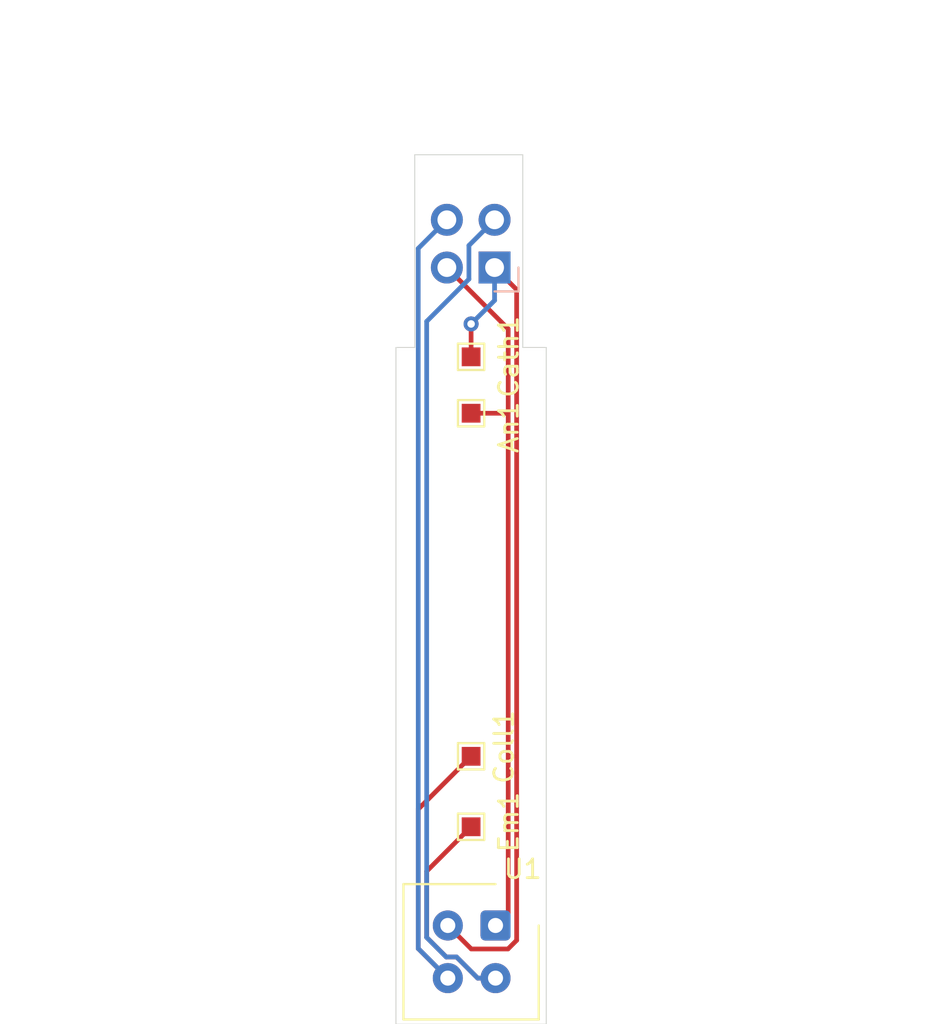
<source format=kicad_pcb>
(kicad_pcb (version 20211014) (generator pcbnew)
  (layers (0 "F.Cu" signal) (31 "B.Cu" signal) (34 "B.Paste" user) (35 "F.Paste" user) (36 "B.SilkS" user "B.Silkscreen") (37 "F.SilkS" user "F.Silkscreen") (38 "B.Mask" user) (39 "F.Mask" user) (44 "Edge.Cuts" user))
  (net 0 "")
  (net 1 "/Cathode")
  (net 2 "/Emitter")
  (net 3 "/Anode")
  (net 4 "/Collector")
  (footprint "Mounting_Holes:MountingHole_3.2mm_M3" (layer "F.Cu") (at 175 110)
    (fp_text reference "H1" hide)
    (fp_text value "MountingHole")
    (pad "" np_thru_hole circle locked (at 0 0) (size 3.2 3.2) (drill 3.2) (layers *.Cu *.Mask))
  )
  (footprint "TestPoint:TestPoint_Pad_1.0x1.0mm" (layer "F.Cu") (at 175 103.75)
    (fp_text reference "An1" (at 2 0.75 90) (layer "F.SilkS"))
    (fp_text value "TestPoint")
    (fp_line (start -0.7 -0.7) (end 0.7 -0.7) (layer "F.SilkS") (width 0.12))
    (fp_line (start -0.7 0.7) (end -0.7 -0.7) (layer "F.SilkS") (width 0.12))
    (fp_line (start 0.7 0.7) (end -0.7 0.7) (layer "F.SilkS") (width 0.12))
    (fp_line (start 0.7 -0.7) (end 0.7 0.7) (layer "F.SilkS") (width 0.12))
    (pad "1" smd rect locked (at 0 0) (size 1 1) (layers "F.Cu" "F.Mask") (net 3 "/Anode"))
  )
  (footprint "TestPoint:TestPoint_Pad_1.0x1.0mm" (layer "F.Cu") (at 175 100.75)
    (fp_text reference "Cath1" (at 2 0 90) (layer "F.SilkS"))
    (fp_text value "TestPoint")
    (fp_line (start 0.7 -0.7) (end 0.7 0.7) (layer "F.SilkS") (width 0.12))
    (fp_line (start -0.7 0.7) (end -0.7 -0.7) (layer "F.SilkS") (width 0.12))
    (fp_line (start 0.7 0.7) (end -0.7 0.7) (layer "F.SilkS") (width 0.12))
    (fp_line (start -0.7 -0.7) (end 0.7 -0.7) (layer "F.SilkS") (width 0.12))
    (pad "1" smd rect locked (at 0 0) (size 1 1) (layers "F.Cu" "F.Mask") (net 1 "/Cathode"))
  )
  (footprint "TestPoint:TestPoint_Pad_1.0x1.0mm" (layer "F.Cu") (at 175 122)
    (fp_text reference "Coll1" (at 1.75 -0.5 90) (layer "F.SilkS"))
    (fp_text value "TestPoint")
    (fp_line (start -0.7 -0.7) (end 0.7 -0.7) (layer "F.SilkS") (width 0.12))
    (fp_line (start -0.7 0.7) (end -0.7 -0.7) (layer "F.SilkS") (width 0.12))
    (fp_line (start 0.7 0.7) (end -0.7 0.7) (layer "F.SilkS") (width 0.12))
    (fp_line (start 0.7 -0.7) (end 0.7 0.7) (layer "F.SilkS") (width 0.12))
    (pad "1" smd rect locked (at 0 0) (size 1 1) (layers "F.Cu" "F.Mask") (net 4 "/Collector"))
  )
  (footprint "TestPoint:TestPoint_Pad_1.0x1.0mm" (layer "F.Cu") (at 175 125.75)
    (fp_text reference "Em1" (at 2 -0.25 90) (layer "F.SilkS"))
    (fp_text value "TestPoint")
    (fp_line (start 0.7 -0.7) (end 0.7 0.7) (layer "F.SilkS") (width 0.12))
    (fp_line (start -0.7 0.7) (end -0.7 -0.7) (layer "F.SilkS") (width 0.12))
    (fp_line (start -0.7 -0.7) (end 0.7 -0.7) (layer "F.SilkS") (width 0.12))
    (fp_line (start 0.7 0.7) (end -0.7 0.7) (layer "F.SilkS") (width 0.12))
    (pad "1" smd rect locked (at 0 0) (size 1 1) (layers "F.Cu" "F.Mask") (net 2 "/Emitter"))
  )
  (footprint "OptoDevice:Vishay_CNY70" (layer "F.Cu") (at 176.3 131 -90)
    (fp_text reference "U1" (at -3 -1.45 180) (layer "F.SilkS"))
    (fp_text value "CNY70")
    (fp_line (start -2.2 4.9) (end 5 4.9) (layer "F.SilkS") (width 0.12))
    (fp_line (start -2.2 0) (end -2.2 4.9) (layer "F.SilkS") (width 0.12))
    (fp_line (start 5 4.9) (end 5 -2.3) (layer "F.SilkS") (width 0.12))
    (fp_line (start 5 -2.3) (end 0 -2.3) (layer "F.SilkS") (width 0.12))
    (pad "1" thru_hole roundrect locked (at 0 0 270) (size 1.6 1.6) (drill 0.8) (layers *.Cu *.Mask) (roundrect_rratio 0.156) (net 3 "/Anode"))
    (pad "2" thru_hole circle locked (at 0 2.54 270) (size 1.6 1.6) (drill 0.8) (layers *.Cu *.Mask) (net 1 "/Cathode"))
    (pad "3" thru_hole circle locked (at 2.8 2.54 270) (size 1.6 1.6) (drill 0.8) (layers *.Cu *.Mask) (net 4 "/Collector"))
    (pad "4" thru_hole circle locked (at 2.8 0 270) (size 1.6 1.6) (drill 0.8) (layers *.Cu *.Mask) (net 2 "/Emitter"))
  )
  (footprint "Pin_Headers:Pin_Header_Angled_2x02_Pitch2.54mm" (layer "B.Cu") (at 176.25 96 90)
    (fp_text reference "J1" hide)
    (fp_text value "Conn_02x02_Odd_Even")
    (fp_line (start -1.27 0) (end -1.27 1.27) (layer "B.SilkS") (width 0.12))
    (fp_line (start -1.27 1.27) (end 0 1.27) (layer "B.SilkS") (width 0.12))
    (pad "1" thru_hole rect (at 0 0 90) (size 1.7 1.7) (drill 1) (layers *.Cu *.Mask) (net 1 "/Cathode"))
    (pad "2" thru_hole oval (at 2.54 0 90) (size 1.7 1.7) (drill 1) (layers *.Cu *.Mask) (net 2 "/Emitter"))
    (pad "3" thru_hole oval (at 0 -2.54 90) (size 1.7 1.7) (drill 1) (layers *.Cu *.Mask) (net 3 "/Anode"))
    (pad "4" thru_hole oval (at 2.54 -2.54 90) (size 1.7 1.7) (drill 1) (layers *.Cu *.Mask) (net 4 "/Collector"))
  )
  (gr_line (start 171 100.25) (end 171 136.25) (layer "Edge.Cuts") (width 0.05))
  (gr_line (start 179 136.25) (end 179 100.25) (layer "Edge.Cuts") (width 0.05))
  (gr_line (start 179 100.25) (end 177.75 100.25) (layer "Edge.Cuts") (width 0.05))
  (gr_line (start 171 100.25) (end 172 100.25) (layer "Edge.Cuts") (width 0.05))
  (gr_line (start 177.75 100.25) (end 177.75 90) (layer "Edge.Cuts") (width 0.05))
  (gr_line (start 172 100.25) (end 172 90) (layer "Edge.Cuts") (width 0.05))
  (gr_line (start 171 136.25) (end 179 136.25) (layer "Edge.Cuts") (width 0.05))
  (gr_line (start 177.75 90) (end 172 90) (layer "Edge.Cuts") (width 0.05))
  (segment (start 176.25 96) (end 177.42452 97.17452) (width 0.25) (layer "F.Cu") (net 1))
  (segment (start 175 100.75) (end 175 99) (width 0.25) (layer "F.Cu") (net 1))
  (segment (start 176.962728 132.25) (end 175.01 132.25) (width 0.25) (layer "F.Cu") (net 1))
  (segment (start 177.42452 131.788208) (end 176.962728 132.25) (width 0.25) (layer "F.Cu") (net 1))
  (segment (start 175.01 132.25) (end 173.76 131) (width 0.25) (layer "F.Cu") (net 1))
  (segment (start 177.42452 97.17452) (end 177.42452 131.788208) (width 0.25) (layer "F.Cu") (net 1))
  (via (at 175 99) (size 0.8) (drill 0.4) (layers "F.Cu" "B.Cu") (net 1))
  (segment (start 176.25 97.75) (end 176.25 96) (width 0.25) (layer "B.Cu") (net 1))
  (segment (start 175 99) (end 176.25 97.75) (width 0.25) (layer "B.Cu") (net 1))
  (segment (start 175.3503 133.8) (end 176.3 133.8) (width 0.25) (layer "F.Cu") (net 2))
  (segment (start 172.635489 128.114511) (end 172.635489 131.635489) (width 0.25) (layer "F.Cu") (net 2))
  (segment (start 174.225789 132.675489) (end 175.3503 133.8) (width 0.25) (layer "F.Cu") (net 2))
  (segment (start 173.675489 132.675489) (end 174.225789 132.675489) (width 0.25) (layer "F.Cu") (net 2))
  (segment (start 175 125.75) (end 172.635489 128.114511) (width 0.25) (layer "F.Cu") (net 2))
  (segment (start 172.635489 131.635489) (end 173.675489 132.675489) (width 0.25) (layer "F.Cu") (net 2))
  (segment (start 174.884511 96.615489) (end 174.884511 94.825489) (width 0.25) (layer "B.Cu") (net 2))
  (segment (start 173.675489 132.675489) (end 172.635489 131.635489) (width 0.25) (layer "B.Cu") (net 2))
  (segment (start 175.3503 133.8) (end 174.225789 132.675489) (width 0.25) (layer "B.Cu") (net 2))
  (segment (start 172.635489 131.635489) (end 172.635489 98.864511) (width 0.25) (layer "B.Cu") (net 2))
  (segment (start 176.3 133.8) (end 175.3503 133.8) (width 0.25) (layer "B.Cu") (net 2))
  (segment (start 174.225789 132.675489) (end 173.675489 132.675489) (width 0.25) (layer "B.Cu") (net 2))
  (segment (start 172.635489 98.864511) (end 174.884511 96.615489) (width 0.25) (layer "B.Cu") (net 2))
  (segment (start 174.884511 94.825489) (end 176.25 93.46) (width 0.25) (layer "B.Cu") (net 2))
  (segment (start 176.949042 103.75) (end 176.974521 103.724521) (width 0.25) (layer "F.Cu") (net 3))
  (segment (start 173.71 96) (end 176.974521 99.264521) (width 0.25) (layer "F.Cu") (net 3))
  (segment (start 176.974521 103.724521) (end 176.974521 130.325479) (width 0.25) (layer "F.Cu") (net 3))
  (segment (start 175 103.75) (end 176.949042 103.75) (width 0.25) (layer "F.Cu") (net 3))
  (segment (start 176.974521 99.264521) (end 176.974521 103.724521) (width 0.25) (layer "F.Cu") (net 3))
  (segment (start 176.974521 130.325479) (end 176.3 131) (width 0.25) (layer "F.Cu") (net 3))
  (segment (start 176.3 131) (end 176.925001 130.374999) (width 0.25) (layer "B.Cu") (net 3))
  (segment (start 172.185969 124.814031) (end 175 122) (width 0.25) (layer "F.Cu") (net 4))
  (segment (start 172.185969 132.225969) (end 172.185969 124.814031) (width 0.25) (layer "F.Cu") (net 4))
  (segment (start 173.76 133.8) (end 172.185969 132.225969) (width 0.25) (layer "F.Cu") (net 4))
  (segment (start 173.71 93.46) (end 172.185969 94.984031) (width 0.25) (layer "B.Cu") (net 4))
  (segment (start 172.185969 94.984031) (end 172.185969 132.225969) (width 0.25) (layer "B.Cu") (net 4))
  (segment (start 172.185969 132.225969) (end 173.76 133.8) (width 0.25) (layer "B.Cu") (net 4))
)
</source>
